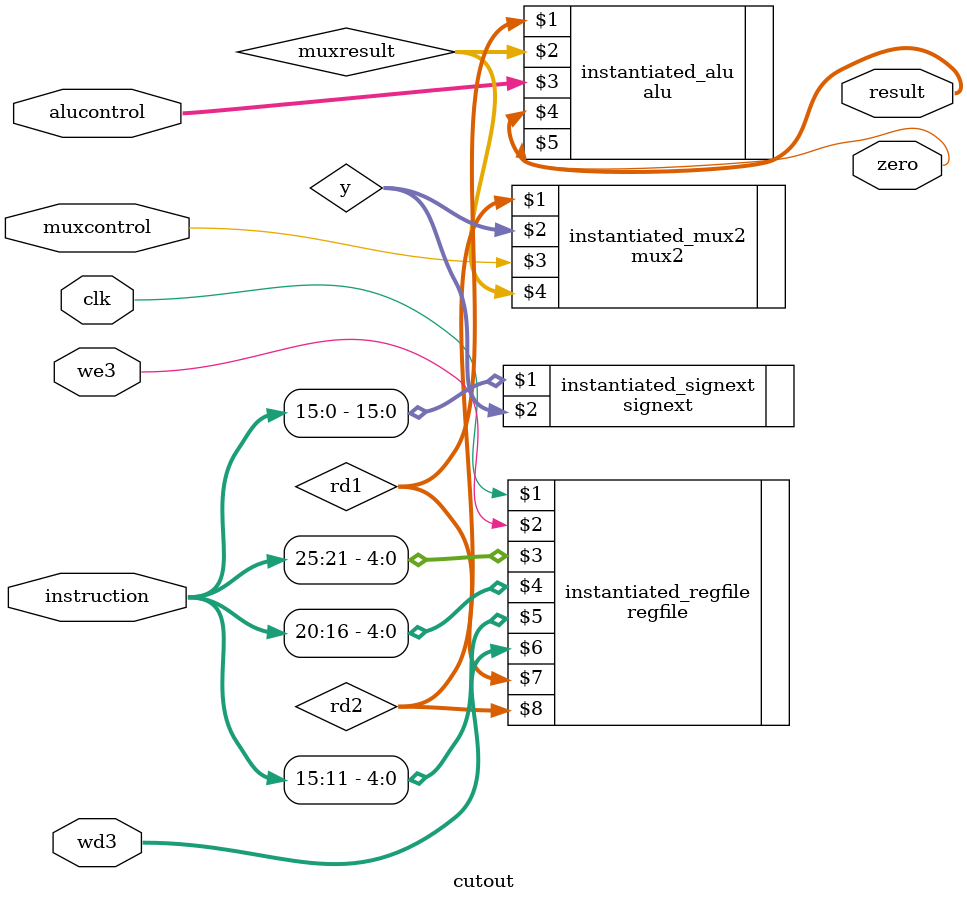
<source format=sv>
`timescale 1ns / 1ps

module cutout(input  logic [31:0] instruction, wd3,
               input logic clk, we3, muxcontrol,
               input logic [2:0] alucontrol,
               output logic zero,
               output logic [31:0]  result);

// Additional wires to connect the different modules
logic [31:0] rd1, rd2, y, muxresult;


// instantiate the different modules to be used
// regfile module
regfile instantiated_regfile(clk, we3, instruction[25:21], instruction[20:16], instruction[15:11], wd3, rd1, rd2);

// sign extend module
signext instantiated_signext(instruction[15:0], y);

// 2-way multiplexer module
mux2 #(32) instantiated_mux2(rd2, y, muxcontrol, muxresult);

// alu module
alu instantiated_alu(rd1, muxresult, alucontrol, result, zero);


endmodule
</source>
